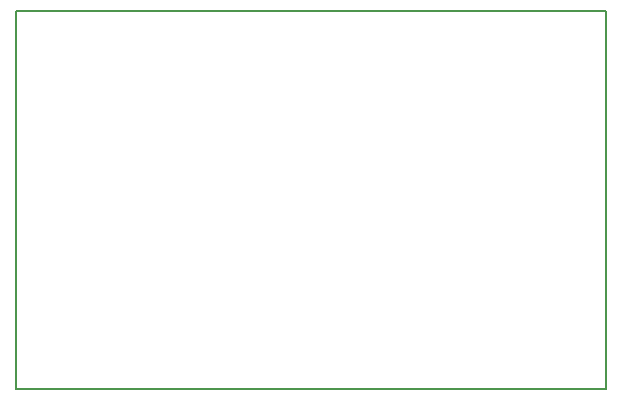
<source format=gm1>
%TF.GenerationSoftware,KiCad,Pcbnew,(5.1.10)-1*%
%TF.CreationDate,2021-11-25T14:16:17+01:00*%
%TF.ProjectId,EXTENSION_BOARD,45585445-4e53-4494-9f4e-5f424f415244,rev?*%
%TF.SameCoordinates,Original*%
%TF.FileFunction,Profile,NP*%
%FSLAX46Y46*%
G04 Gerber Fmt 4.6, Leading zero omitted, Abs format (unit mm)*
G04 Created by KiCad (PCBNEW (5.1.10)-1) date 2021-11-25 14:16:17*
%MOMM*%
%LPD*%
G01*
G04 APERTURE LIST*
%TA.AperFunction,Profile*%
%ADD10C,0.150000*%
%TD*%
G04 APERTURE END LIST*
D10*
X90000000Y-78000000D02*
X90000000Y-110000000D01*
X90000000Y-110000000D02*
X140000000Y-110000000D01*
X140000000Y-78000000D02*
X140000000Y-110000000D01*
X90000000Y-78000000D02*
X140000000Y-78000000D01*
M02*

</source>
